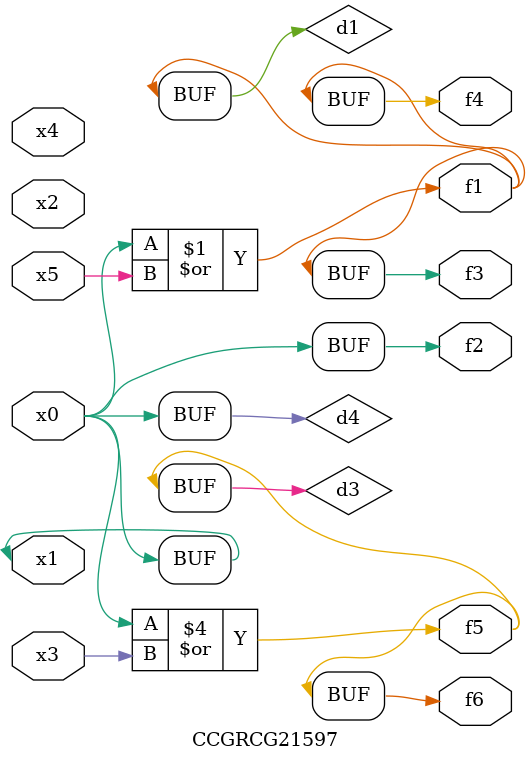
<source format=v>
module CCGRCG21597(
	input x0, x1, x2, x3, x4, x5,
	output f1, f2, f3, f4, f5, f6
);

	wire d1, d2, d3, d4;

	or (d1, x0, x5);
	xnor (d2, x1, x4);
	or (d3, x0, x3);
	buf (d4, x0, x1);
	assign f1 = d1;
	assign f2 = d4;
	assign f3 = d1;
	assign f4 = d1;
	assign f5 = d3;
	assign f6 = d3;
endmodule

</source>
